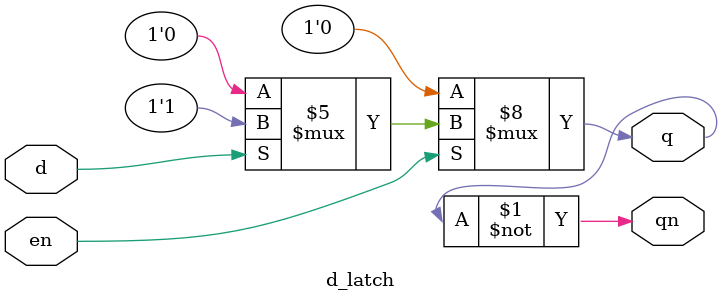
<source format=v>
module d_latch(
                input en,
                input wire d,
                output reg q,
                output qn);
assign qn=~q;

always @(en or d)
    begin
        if(!en)
            
            q<=0;
            
        else
            begin
            case(d)
            1'b0 : q<=0;
            default : q<=1;
            
                       endcase
                      end
                                            
                       end
                       endmodule

</source>
